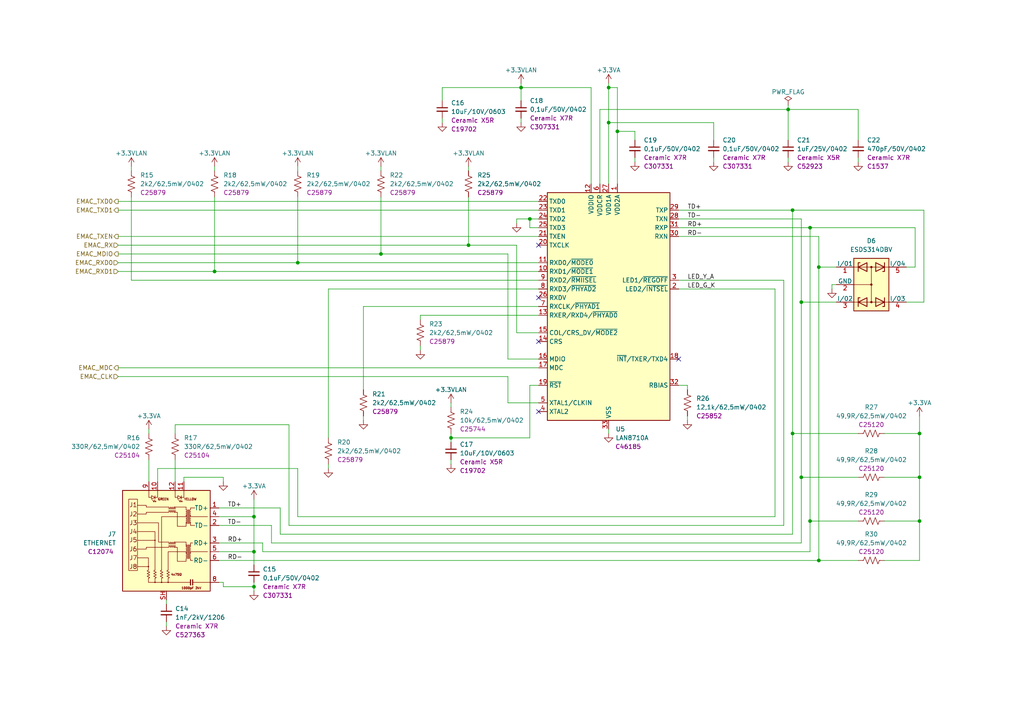
<source format=kicad_sch>
(kicad_sch (version 20230121) (generator eeschema)
  (paper "A4")
  (title_block (title "ESP 16x 24VDC Input 16x 24VDC Output Module") (date "2023-05-05") (rev "V1"))
  (lib_symbols
    (symbol "Device:C_Small" (pin_numbers hide) (pin_names (offset 0.254) hide)
      (property "Reference" "C" (at 0.254 1.778 0))
      (property "Value" "C_Small" (at 0.254 -2.032 0))
      (symbol "C_Small_0_1"
        (polyline (pts (xy -1.524 -0.508) (xy 1.524 -0.508)) (stroke (width 0.3302)))
        (polyline (pts (xy -1.524 0.508) (xy 1.524 0.508)) (stroke (width 0.3048)))
      )
      (symbol "C_Small_1_1"
        (pin passive line (at 0 2.54 270) (length 2.032) (name "~") (number "1"))
        (pin passive line (at 0 -2.54 90) (length 2.032) (name "~") (number "2"))
      )
    )
    (symbol "Device:R_US" (pin_numbers hide) (pin_names (offset 0))
      (property "Reference" "R" (at 2.54 0 90))
      (property "Value" "R_US" (at -2.54 0 90))
      (symbol "R_US_0_1"
        (polyline (pts (xy 0 -2.286) (xy 0 -2.54)))
        (polyline (pts (xy 0 2.286) (xy 0 2.54)))
        (polyline (pts (xy 0 -0.762) (xy 1.016 -1.143) (xy 0 -1.524) (xy -1.016 -1.905) (xy 0 -2.286)))
        (polyline (pts (xy 0 0.762) (xy 1.016 0.381) (xy 0 0) (xy -1.016 -0.381) (xy 0 -0.762)))
        (polyline (pts (xy 0 2.286) (xy 1.016 1.905) (xy 0 1.524) (xy -1.016 1.143) (xy 0 0.762)))
      )
      (symbol "R_US_1_1"
        (pin passive line (at 0 3.81 270) (length 1.27) (name "~") (number "1"))
        (pin passive line (at 0 -3.81 90) (length 1.27) (name "~") (number "2"))
      )
    )
    (symbol "Interface_Ethernet:LAN8710A"
      (property "Reference" "U" (at -13.97 34.29 0))
      (property "Value" "LAN8710A" (at 17.78 34.29 0))
      (symbol "LAN8710A_0_1"
        (rectangle (start -17.78 33.02) (end 17.78 -33.02) (stroke (width 0.254)) (fill (type background)))
      )
      (symbol "LAN8710A_1_1"
        (pin power_in line (at 2.54 35.56 270) (length 2.54) (name "VDD2A") (number "1"))
        (pin bidirectional line (at -20.32 10.16 0) (length 2.54) (name "RXD1/~{MODE1}") (number "10"))
        (pin bidirectional line (at -20.32 12.7 0) (length 2.54) (name "RXD0/~{MODE0}") (number "11"))
        (pin power_in line (at -5.08 35.56 270) (length 2.54) (name "VDDIO") (number "12"))
        (pin bidirectional line (at -20.32 -2.54 0) (length 2.54) (name "RXER/RXD4/~{PHYAD0}") (number "13"))
        (pin output line (at -20.32 -10.16 0) (length 2.54) (name "CRS") (number "14"))
        (pin bidirectional line (at -20.32 -7.62 0) (length 2.54) (name "COL/CRS_DV/~{MODE2}") (number "15"))
        (pin bidirectional line (at -20.32 -15.24 0) (length 2.54) (name "MDIO") (number "16"))
        (pin input line (at -20.32 -17.78 0) (length 2.54) (name "MDC") (number "17"))
        (pin bidirectional line (at 20.32 -15.24 180) (length 2.54) (name "~{INT}/TXER/TXD4") (number "18"))
        (pin input line (at -20.32 -22.86 0) (length 2.54) (name "~{RST}") (number "19"))
        (pin bidirectional line (at 20.32 5.08 180) (length 2.54) (name "LED2/~{INTSEL}") (number "2"))
        (pin output line (at -20.32 17.78 0) (length 2.54) (name "TXCLK") (number "20"))
        (pin input line (at -20.32 20.32 0) (length 2.54) (name "TXEN") (number "21"))
        (pin input line (at -20.32 30.48 0) (length 2.54) (name "TXD0") (number "22"))
        (pin input line (at -20.32 27.94 0) (length 2.54) (name "TXD1") (number "23"))
        (pin input line (at -20.32 25.4 0) (length 2.54) (name "TXD2") (number "24"))
        (pin input line (at -20.32 22.86 0) (length 2.54) (name "TXD3") (number "25"))
        (pin output line (at -20.32 2.54 0) (length 2.54) (name "RXDV") (number "26"))
        (pin power_in line (at 0 35.56 270) (length 2.54) (name "VDD1A") (number "27"))
        (pin bidirectional line (at 20.32 25.4 180) (length 2.54) (name "TXN") (number "28"))
        (pin bidirectional line (at 20.32 27.94 180) (length 2.54) (name "TXP") (number "29"))
        (pin bidirectional line (at 20.32 7.62 180) (length 2.54) (name "LED1/~{REGOFF}") (number "3"))
        (pin bidirectional line (at 20.32 20.32 180) (length 2.54) (name "RXN") (number "30"))
        (pin bidirectional line (at 20.32 22.86 180) (length 2.54) (name "RXP") (number "31"))
        (pin passive line (at 20.32 -22.86 180) (length 2.54) (name "RBIAS") (number "32"))
        (pin power_in line (at 0 -35.56 90) (length 2.54) (name "VSS") (number "33"))
        (pin output line (at -20.32 -30.48 0) (length 2.54) (name "XTAL2") (number "4"))
        (pin input line (at -20.32 -27.94 0) (length 2.54) (name "XTAL1/CLKIN") (number "5"))
        (pin power_in line (at -2.54 35.56 270) (length 2.54) (name "VDDCR") (number "6"))
        (pin bidirectional line (at -20.32 0 0) (length 2.54) (name "RXCLK/~{PHYAD1}") (number "7"))
        (pin bidirectional line (at -20.32 5.08 0) (length 2.54) (name "RXD3/~{PHYAD2}") (number "8"))
        (pin bidirectional line (at -20.32 7.62 0) (length 2.54) (name "RXD2/~{RMIISEL}") (number "9"))
      )
    )
    (symbol "Tales:+3.3VLAN" (power) (pin_names (offset 0))
      (property "Value" "+3.3VLAN" (at 0 3.556 0))
      (symbol "+3.3VLAN_0_1"
        (polyline (pts (xy -0.762 1.27) (xy 0 2.54)))
        (polyline (pts (xy 0 0) (xy 0 2.54)))
        (polyline (pts (xy 0 2.54) (xy 0.762 1.27)))
      )
      (symbol "+3.3VLAN_1_1"
        (pin power_in line (at 0 0 90) (length 0) hide (name "+3.3VLAN") (number "1"))
      )
    )
    (symbol "Tales:ESDS314DBV" (pin_names (offset 0))
      (property "Reference" "D" (at 0 12.7 0))
      (property "Value" "ESDS314DBV" (at 0 10.16 0))
      (symbol "ESDS314DBV_0_1"
        (rectangle (start -5.08 7.62) (end 5.08 -7.62) (stroke (width 0.254)) (fill (type background)))
        (circle (center 0 -5.08) (radius 0.254) (fill (type outline)))
        (polyline (pts (xy -5.08 -5.08) (xy 5.08 -5.08)))
        (polyline (pts (xy -5.08 0) (xy 0 0)))
        (polyline (pts (xy -5.08 5.08) (xy 5.08 5.08)))
        (polyline (pts (xy 0 -5.08) (xy 0 5.08)))
        (polyline (pts (xy -3.81 -6.35) (xy -3.81 -3.81) (xy -3.302 -3.81)) (stroke (width 0.254)))
        (polyline (pts (xy -3.81 3.81) (xy -3.81 6.35) (xy -3.302 6.35)) (stroke (width 0.254)))
        (polyline (pts (xy 3.81 -3.81) (xy 3.81 -6.35) (xy 3.302 -6.35)) (stroke (width 0.254)))
        (polyline (pts (xy 3.81 6.35) (xy 3.81 3.81) (xy 3.302 3.81)) (stroke (width 0.254)))
        (polyline (pts (xy -1.27 -6.35) (xy -3.81 -5.08) (xy -1.27 -3.81) (xy -1.27 -6.35) (xy -1.27 -6.35) (xy -1.27 -6.35)) (stroke (width 0.254)))
        (polyline (pts (xy -1.27 3.81) (xy -3.81 5.08) (xy -1.27 6.35) (xy -1.27 3.81) (xy -1.27 3.81) (xy -1.27 3.81)) (stroke (width 0.254)))
        (polyline (pts (xy 1.27 -3.81) (xy 3.81 -5.08) (xy 1.27 -6.35) (xy 1.27 -3.81) (xy 1.27 -3.81) (xy 1.27 -3.81)) (stroke (width 0.254)))
        (polyline (pts (xy 1.27 6.35) (xy 3.81 5.08) (xy 1.27 3.81) (xy 1.27 6.35) (xy 1.27 6.35) (xy 1.27 6.35)) (stroke (width 0.254)))
        (circle (center 0 0) (radius 0.254) (fill (type outline)))
        (circle (center 0 5.08) (radius 0.254) (fill (type outline)))
        (pin passive line (at -10.16 5.08 0) (length 5.08) (name "I/01") (number "1"))
        (pin passive line (at -10.16 0 0) (length 5.08) (name "GND") (number "2"))
        (pin passive line (at -10.16 -5.08 0) (length 5.08) (name "I/02") (number "3"))
        (pin passive line (at 10.16 -5.08 180) (length 5.08) (name "I/03") (number "4"))
        (pin passive line (at 10.16 5.08 180) (length 5.08) (name "I/04") (number "5"))
      )
    )
    (symbol "Tales:HanRun_HR911105A"
      (property "Reference" "J" (at 12.7 13.97 0))
      (property "Value" "HanRun_HR911105A" (at 0 -17.78 0))
      (symbol "HanRun_HR911105A_0_0"
        (rectangle (start -12.7 12.7) (end 12.7 -16.51) (stroke (width 0.254)) (fill (type background)))
        (polyline (pts (xy -5.207 -9.398) (xy -8.382 -9.398)))
        (polyline (pts (xy -3.302 -13.97) (xy -3.302 -12.827)))
        (polyline (pts (xy -3.302 -1.778) (xy -8.382 -1.778)))
        (polyline (pts (xy -1.397 -13.97) (xy -1.397 -12.827)))
        (polyline (pts (xy 0.508 -13.97) (xy 0.508 -12.827)))
        (polyline (pts (xy 7.62 -13.97) (xy 12.7 -13.97)))
        (polyline (pts (xy 11.938 -5.08) (xy 6.985 -5.08)))
        (polyline (pts (xy 11.938 5.08) (xy 6.985 5.08)))
        (polyline (pts (xy -1.397 -10.414) (xy -1.397 5.08) (xy 5.715 5.08)))
        (polyline (pts (xy 0.508 -10.414) (xy 0.508 -5.08) (xy 5.715 -5.08)))
        (polyline (pts (xy 6.985 -13.97) (xy -5.207 -13.97) (xy -5.207 -12.827)))
        (polyline (pts (xy 0.635 -2.286) (xy -2.286 -2.286) (xy -2.286 3.302) (xy -8.382 3.302)))
        (polyline (pts (xy 0.635 7.874) (xy -5.842 7.874) (xy -5.842 8.382) (xy -8.382 8.382)))
        (text "1000pF 2kV" (at 7.239 -15.621 0) (effects (font (size 0.635 0.635))))
        (text "4x75Ω" (at 2.921 -11.684 0) (effects (font (size 0.635 0.635))))
        (text "GREEN" (at -2.54 10.16 0) (effects (font (size 0.635 0.635)) (justify left)))
        (text "J1" (at -10.795 8.509 0) (effects (font (size 1.27 1.27)) (justify left)))
        (text "J2" (at -10.795 5.842 0) (effects (font (size 1.27 1.27)) (justify left)))
        (text "J3" (at -10.795 3.302 0) (effects (font (size 1.27 1.27)) (justify left)))
        (text "J4" (at -10.795 0.762 0) (effects (font (size 1.27 1.27)) (justify left)))
        (text "J5" (at -10.795 -1.651 0) (effects (font (size 1.27 1.27)) (justify left)))
        (text "J6" (at -10.795 -4.318 0) (effects (font (size 1.27 1.27)) (justify left)))
        (text "J7" (at -10.795 -6.858 0) (effects (font (size 1.27 1.27)) (justify left)))
        (text "J8" (at -10.795 -9.398 0) (effects (font (size 1.27 1.27)) (justify left)))
        (text "YELLOW" (at 5.08 10.16 0) (effects (font (size 0.635 0.635)) (justify left)))
      )
      (symbol "HanRun_HR911105A_0_1"
        (rectangle (start -8.382 -10.541) (end -10.922 10.16))
        (circle (center -5.207 -9.398) (radius 0.127) (fill (type outline)))
        (circle (center -3.302 -13.97) (radius 0.127) (fill (type outline)))
        (circle (center -3.302 -1.778) (radius 0.127) (fill (type outline)))
        (circle (center -1.397 -13.97) (radius 0.127) (fill (type outline)))
        (polyline (pts (xy -3.556 9.398) (xy -4.064 9.906)))
        (polyline (pts (xy -3.302 11.176) (xy -3.302 10.16)))
        (polyline (pts (xy -3.048 9.398) (xy -3.556 9.906)))
        (polyline (pts (xy 0.635 -3.302) (xy 2.667 -3.302)))
        (polyline (pts (xy 0.635 6.858) (xy 2.667 6.858)))
        (polyline (pts (xy 2.667 -2.794) (xy 0.635 -2.794)))
        (polyline (pts (xy 2.667 7.366) (xy 0.635 7.366)))
        (polyline (pts (xy 4.064 9.398) (xy 3.556 9.906)))
        (polyline (pts (xy 4.318 11.176) (xy 4.318 10.16)))
        (polyline (pts (xy 4.572 9.398) (xy 4.064 9.906)))
        (polyline (pts (xy 6.223 -3.048) (xy 6.223 -7.112)))
        (polyline (pts (xy 6.223 7.112) (xy 6.223 3.048)))
        (polyline (pts (xy 6.477 -7.112) (xy 6.477 -3.048)))
        (polyline (pts (xy 6.477 3.048) (xy 6.477 7.112)))
        (polyline (pts (xy 6.985 -14.732) (xy 6.985 -13.208)) (stroke (width 0.3048)))
        (polyline (pts (xy 7.62 -14.732) (xy 7.62 -13.208)) (stroke (width 0.3048)))
        (polyline (pts (xy -5.207 -10.414) (xy -5.207 -6.858) (xy -8.382 -6.858)))
        (polyline (pts (xy -5.08 12.7) (xy -5.08 10.668) (xy -4.318 10.668)))
        (polyline (pts (xy -3.556 9.652) (xy -3.556 9.398) (xy -3.81 9.398)))
        (polyline (pts (xy -3.302 -10.414) (xy -3.302 0.762) (xy -8.382 0.762)))
        (polyline (pts (xy -3.048 9.652) (xy -3.048 9.398) (xy -3.302 9.398)))
        (polyline (pts (xy -2.54 12.7) (xy -2.54 10.668) (xy -3.302 10.668)))
        (polyline (pts (xy 2.54 12.7) (xy 2.54 10.668) (xy 3.302 10.668)))
        (polyline (pts (xy 2.667 -2.286) (xy 5.715 -2.286) (xy 5.715 -3.048)))
        (polyline (pts (xy 2.667 7.874) (xy 5.715 7.874) (xy 5.715 7.112)))
        (polyline (pts (xy 4.064 9.652) (xy 4.064 9.398) (xy 3.81 9.398)))
        (polyline (pts (xy 4.572 9.652) (xy 4.572 9.398) (xy 4.318 9.398)))
        (polyline (pts (xy 5.08 12.7) (xy 5.08 10.668) (xy 4.318 10.668)))
        (polyline (pts (xy 6.985 -7.112) (xy 6.985 -7.62) (xy 7.62 -7.62)))
        (polyline (pts (xy 6.985 -3.048) (xy 6.985 -2.54) (xy 7.62 -2.54)))
        (polyline (pts (xy 6.985 3.048) (xy 6.985 2.54) (xy 8.255 2.54)))
        (polyline (pts (xy 6.985 7.112) (xy 6.985 7.62) (xy 8.255 7.62)))
        (polyline (pts (xy -3.302 10.668) (xy -4.318 11.176) (xy -4.318 10.16) (xy -3.302 10.668)))
        (polyline (pts (xy 0.635 -3.81) (xy -5.842 -3.81) (xy -5.842 -4.318) (xy -8.382 -4.318)))
        (polyline (pts (xy 0.635 6.35) (xy -5.842 6.35) (xy -5.842 5.842) (xy -8.382 5.842)))
        (polyline (pts (xy 4.318 10.668) (xy 3.302 11.176) (xy 3.302 10.16) (xy 4.318 10.668)))
        (polyline (pts (xy 5.715 -7.112) (xy 5.715 -7.874) (xy 3.175 -7.874) (xy 3.175 -3.81) (xy 2.667 -3.81)))
        (polyline (pts (xy 5.715 3.048) (xy 5.715 2.286) (xy 3.175 2.286) (xy 3.175 6.35) (xy 2.667 6.35)))
        (polyline (pts (xy -5.207 -12.827) (xy -4.826 -12.573) (xy -5.588 -12.192) (xy -4.826 -11.811) (xy -5.588 -11.43) (xy -4.826 -11.049) (xy -5.588 -10.668) (xy -5.207 -10.414)))
        (polyline (pts (xy -3.302 -12.827) (xy -2.921 -12.573) (xy -3.683 -12.192) (xy -2.921 -11.811) (xy -3.683 -11.43) (xy -2.921 -11.049) (xy -3.683 -10.668) (xy -3.302 -10.414)))
        (polyline (pts (xy -1.397 -12.827) (xy -1.016 -12.573) (xy -1.778 -12.192) (xy -1.016 -11.811) (xy -1.778 -11.43) (xy -1.016 -11.049) (xy -1.778 -10.668) (xy -1.397 -10.414)))
        (polyline (pts (xy 0.508 -12.827) (xy 0.889 -12.573) (xy 0.127 -12.192) (xy 0.889 -11.811) (xy 0.127 -11.43) (xy 0.889 -11.049) (xy 0.127 -10.668) (xy 0.508 -10.414)))
        (circle (center 0.508 -13.97) (radius 0.127) (fill (type outline)))
        (arc (start 0.635 -2.286) (mid 0.889 -2.5389) (end 1.143 -2.286))
        (arc (start 0.635 7.874) (mid 0.889 7.6211) (end 1.143 7.874))
        (arc (start 1.143 -3.81) (mid 0.889 -3.5571) (end 0.635 -3.81))
        (arc (start 1.143 -2.286) (mid 1.397 -2.5389) (end 1.651 -2.286))
        (arc (start 1.143 6.35) (mid 0.889 6.6029) (end 0.635 6.35))
        (arc (start 1.143 7.874) (mid 1.397 7.6211) (end 1.651 7.874))
        (arc (start 1.651 -3.81) (mid 1.397 -3.5571) (end 1.143 -3.81))
        (arc (start 1.651 -2.286) (mid 1.905 -2.5389) (end 2.159 -2.286))
        (arc (start 1.651 6.35) (mid 1.397 6.6029) (end 1.143 6.35))
        (arc (start 1.651 7.874) (mid 1.905 7.6211) (end 2.159 7.874))
        (arc (start 2.159 -3.81) (mid 1.905 -3.5571) (end 1.651 -3.81))
        (arc (start 2.159 -2.286) (mid 2.413 -2.5389) (end 2.667 -2.286))
        (arc (start 2.159 6.35) (mid 1.905 6.6029) (end 1.651 6.35))
        (arc (start 2.159 7.874) (mid 2.413 7.6211) (end 2.667 7.874))
        (circle (center 2.413 -3.8354) (radius 0.0762) (stroke (width 0.0254)) (fill (type outline)))
        (circle (center 2.413 -2.2606) (radius 0.0762) (stroke (width 0.0254)) (fill (type outline)))
        (circle (center 2.413 6.3246) (radius 0.0762) (stroke (width 0.0254)) (fill (type outline)))
        (circle (center 2.413 7.8994) (radius 0.0762) (stroke (width 0.0254)) (fill (type outline)))
        (arc (start 2.667 -3.81) (mid 2.413 -3.5571) (end 2.159 -3.81))
        (arc (start 2.667 6.35) (mid 2.413 6.6029) (end 2.159 6.35))
        (arc (start 5.715 -7.112) (mid 5.9679 -6.858) (end 5.715 -6.604))
        (arc (start 5.715 -6.604) (mid 5.9679 -6.35) (end 5.715 -6.096))
        (arc (start 5.715 -6.096) (mid 5.9679 -5.842) (end 5.715 -5.588))
        (arc (start 5.715 -5.588) (mid 5.9679 -5.334) (end 5.715 -5.08))
        (circle (center 5.715 -5.334) (radius 0.0762) (stroke (width 0.0254)) (fill (type outline)))
        (arc (start 5.715 -5.08) (mid 5.9679 -4.826) (end 5.715 -4.572))
        (arc (start 5.715 -4.572) (mid 5.9679 -4.318) (end 5.715 -4.064))
        (arc (start 5.715 -4.064) (mid 5.9679 -3.81) (end 5.715 -3.556))
        (arc (start 5.715 -3.556) (mid 5.9679 -3.302) (end 5.715 -3.048))
        (circle (center 5.715 -3.302) (radius 0.0762) (stroke (width 0.0254)) (fill (type outline)))
        (arc (start 5.715 3.048) (mid 5.9679 3.302) (end 5.715 3.556))
        (circle (center 5.715 3.302) (radius 0.0762) (stroke (width 0.0254)) (fill (type outline)))
        (arc (start 5.715 3.556) (mid 5.9679 3.81) (end 5.715 4.064))
        (arc (start 5.715 4.064) (mid 5.9679 4.318) (end 5.715 4.572))
        (arc (start 5.715 4.572) (mid 5.9679 4.826) (end 5.715 5.08))
        (arc (start 5.715 5.08) (mid 5.9679 5.334) (end 5.715 5.588))
        (circle (center 5.715 5.334) (radius 0.0762) (stroke (width 0.0254)) (fill (type outline)))
        (arc (start 5.715 5.588) (mid 5.9679 5.842) (end 5.715 6.096))
        (arc (start 5.715 6.096) (mid 5.9679 6.35) (end 5.715 6.604))
        (arc (start 5.715 6.604) (mid 5.9679 6.858) (end 5.715 7.112))
        (arc (start 6.985 -6.604) (mid 6.7321 -6.858) (end 6.985 -7.112))
        (arc (start 6.985 -6.096) (mid 6.7321 -6.35) (end 6.985 -6.604))
        (arc (start 6.985 -5.588) (mid 6.7321 -5.842) (end 6.985 -6.096))
        (circle (center 6.985 -5.334) (radius 0.0762) (stroke (width 0.0254)) (fill (type outline)))
        (arc (start 6.985 -5.08) (mid 6.7321 -5.334) (end 6.985 -5.588))
        (arc (start 6.985 -4.572) (mid 6.7321 -4.826) (end 6.985 -5.08))
        (arc (start 6.985 -4.064) (mid 6.7321 -4.318) (end 6.985 -4.572))
        (arc (start 6.985 -3.556) (mid 6.7321 -3.81) (end 6.985 -4.064))
        (circle (center 6.985 -3.302) (radius 0.0762) (stroke (width 0.0254)) (fill (type outline)))
        (arc (start 6.985 -3.048) (mid 6.7321 -3.302) (end 6.985 -3.556))
        (circle (center 6.985 3.302) (radius 0.0762) (stroke (width 0.0254)) (fill (type outline)))
        (arc (start 6.985 3.556) (mid 6.7321 3.302) (end 6.985 3.048))
        (arc (start 6.985 4.064) (mid 6.7321 3.81) (end 6.985 3.556))
        (arc (start 6.985 4.572) (mid 6.7321 4.318) (end 6.985 4.064))
        (arc (start 6.985 5.08) (mid 6.7321 4.826) (end 6.985 4.572))
        (circle (center 6.985 5.334) (radius 0.0762) (stroke (width 0.0254)) (fill (type outline)))
        (arc (start 6.985 5.588) (mid 6.7321 5.334) (end 6.985 5.08))
        (arc (start 6.985 6.096) (mid 6.7321 5.842) (end 6.985 5.588))
        (arc (start 6.985 6.604) (mid 6.7321 6.35) (end 6.985 6.096))
        (arc (start 6.985 7.112) (mid 6.7321 6.858) (end 6.985 6.604))
      )
      (symbol "HanRun_HR911105A_1_1"
        (pin passive line (at 15.24 7.62 180) (length 2.54) (name "TD+") (number "1"))
        (pin passive line (at -2.54 15.24 270) (length 2.54) (name "~") (number "10"))
        (pin passive line (at 5.08 15.24 270) (length 2.54) (name "~") (number "11"))
        (pin passive line (at 2.54 15.24 270) (length 2.54) (name "~") (number "12"))
        (pin passive line (at 15.24 2.54 180) (length 2.54) (name "TD-") (number "2"))
        (pin passive line (at 15.24 -2.54 180) (length 2.54) (name "RD+") (number "3"))
        (pin passive line (at 15.24 5.08 180) (length 2.54) (name "~") (number "4"))
        (pin passive line (at 15.24 -5.08 180) (length 2.54) (name "~") (number "5"))
        (pin passive line (at 15.24 -7.62 180) (length 2.54) (name "RD-") (number "6"))
        (pin no_connect line (at 12.7 -11.43 180) (length 2.54) hide (name "NC") (number "7"))
        (pin passive line (at 15.24 -13.97 180) (length 2.54) (name "~") (number "8"))
        (pin passive line (at -5.08 15.24 270) (length 2.54) (name "~") (number "9"))
        (pin passive line (at 0 -19.05 90) (length 2.54) (name "~") (number "SH"))
      )
    )
    (symbol "power:+3.3VA" (power) (pin_names (offset 0))
      (property "Value" "+3.3VA" (at 0 3.556 0))
      (symbol "+3.3VA_0_1"
        (polyline (pts (xy -0.762 1.27) (xy 0 2.54)))
        (polyline (pts (xy 0 0) (xy 0 2.54)))
        (polyline (pts (xy 0 2.54) (xy 0.762 1.27)))
      )
      (symbol "+3.3VA_1_1"
        (pin power_in line (at 0 0 90) (length 0) hide (name "+3.3VA") (number "1"))
      )
    )
    (symbol "power:GND" (power) (pin_names (offset 0))
      (property "Value" "GND" (at 0 -3.81 0))
      (symbol "GND_0_1"
        (polyline (pts (xy 0 0) (xy 0 -1.27) (xy 1.27 -1.27) (xy 0 -2.54) (xy -1.27 -1.27) (xy 0 -1.27)))
      )
      (symbol "GND_1_1"
        (pin power_in line (at 0 0 270) (length 0) hide (name "GND") (number "1"))
      )
    )
    (symbol "power:PWR_FLAG" (power) (pin_numbers hide) (pin_names (offset 0) hide)
      (property "Value" "PWR_FLAG" (at 0 3.81 0))
      (symbol "PWR_FLAG_0_0"
        (pin power_out line (at 0 0 90) (length 0) (name "pwr") (number "1"))
      )
      (symbol "PWR_FLAG_0_1"
        (polyline (pts (xy 0 0) (xy 0 1.27) (xy -1.016 1.905) (xy 0 2.54) (xy 1.016 1.905) (xy 0 1.27)))
      )
    )
  )
  (junction (at 266.7 125.73))
  (junction (at 232.41 138.43))
  (junction (at 229.87 60.96))
  (junction (at 73.66 160.02))
  (junction (at 266.7 138.43))
  (junction (at 110.49 73.66))
  (junction (at 179.07 38.1))
  (junction (at 151.13 25.4))
  (junction (at 176.53 35.56))
  (junction (at 234.95 151.13))
  (junction (at 73.66 149.86))
  (junction (at 86.36 76.2))
  (junction (at 266.7 151.13))
  (junction (at 229.87 125.73))
  (junction (at 153.67 63.5))
  (junction (at 176.53 25.4))
  (junction (at 135.89 71.12))
  (junction (at 237.49 162.56))
  (junction (at 232.41 87.63))
  (junction (at 130.81 127))
  (junction (at 62.23 78.74))
  (junction (at 237.49 77.47))
  (junction (at 228.6 31.75))
  (junction (at 234.95 66.04))
  (junction (at 73.66 170.18))
  (no_connect (at 156.21 99.06))
  (no_connect (at 156.21 86.36))
  (no_connect (at 196.85 104.14))
  (no_connect (at 156.21 71.12))
  (no_connect (at 156.21 119.38))
  (wire (pts (xy 176.53 35.56) (xy 176.53 53.34)))
  (wire (pts (xy 34.29 71.12) (xy 135.89 71.12)))
  (wire (pts (xy 128.27 25.4) (xy 151.13 25.4)))
  (wire (pts (xy 64.77 138.43) (xy 64.77 139.7)))
  (wire (pts (xy 34.29 78.74) (xy 62.23 78.74)))
  (wire (pts (xy 171.45 25.4) (xy 171.45 53.34)))
  (wire (pts (xy 64.77 170.18) (xy 64.77 168.91)))
  (wire (pts (xy 241.3 82.55) (xy 242.57 82.55)))
  (wire (pts (xy 256.54 125.73) (xy 266.7 125.73)))
  (wire (pts (xy 228.6 31.75) (xy 248.92 31.75)))
  (wire (pts (xy 34.29 106.68) (xy 156.21 106.68)))
  (wire (pts (xy 38.1 48.26) (xy 38.1 49.53)))
  (wire (pts (xy 234.95 151.13) (xy 234.95 160.02)))
  (wire (pts (xy 237.49 77.47) (xy 237.49 162.56)))
  (wire (pts (xy 173.99 53.34) (xy 173.99 31.75)))
  (wire (pts (xy 266.7 151.13) (xy 266.7 162.56)))
  (wire (pts (xy 86.36 76.2) (xy 156.21 76.2)))
  (wire (pts (xy 156.21 111.76) (xy 153.67 111.76)))
  (wire (pts (xy 156.21 96.52) (xy 149.86 96.52)))
  (wire (pts (xy 83.82 123.19) (xy 83.82 152.4)))
  (wire (pts (xy 81.28 154.94) (xy 229.87 154.94)))
  (wire (pts (xy 179.07 38.1) (xy 179.07 53.34)))
  (wire (pts (xy 153.67 63.5) (xy 149.86 63.5)))
  (wire (pts (xy 135.89 71.12) (xy 135.89 57.15)))
  (wire (pts (xy 34.29 68.58) (xy 156.21 68.58)))
  (wire (pts (xy 153.67 66.04) (xy 153.67 63.5)))
  (wire (pts (xy 62.23 48.26) (xy 62.23 49.53)))
  (wire (pts (xy 43.18 124.46) (xy 43.18 125.73)))
  (wire (pts (xy 95.25 134.62) (xy 95.25 135.89)))
  (wire (pts (xy 128.27 29.21) (xy 128.27 25.4)))
  (wire (pts (xy 105.41 120.65) (xy 105.41 121.92)))
  (wire (pts (xy 34.29 76.2) (xy 86.36 76.2)))
  (wire (pts (xy 130.81 133.35) (xy 130.81 134.62)))
  (wire (pts (xy 121.92 91.44) (xy 121.92 92.71)))
  (wire (pts (xy 262.89 77.47) (xy 265.43 77.47)))
  (wire (pts (xy 53.34 138.43) (xy 53.34 139.7)))
  (wire (pts (xy 267.97 87.63) (xy 267.97 60.96)))
  (wire (pts (xy 38.1 57.15) (xy 38.1 81.28)))
  (wire (pts (xy 266.7 125.73) (xy 266.7 138.43)))
  (wire (pts (xy 64.77 168.91) (xy 63.5 168.91)))
  (wire (pts (xy 147.32 104.14) (xy 156.21 104.14)))
  (wire (pts (xy 176.53 25.4) (xy 176.53 35.56)))
  (wire (pts (xy 199.39 111.76) (xy 196.85 111.76)))
  (wire (pts (xy 234.95 151.13) (xy 248.92 151.13)))
  (wire (pts (xy 62.23 78.74) (xy 156.21 78.74)))
  (wire (pts (xy 196.85 68.58) (xy 237.49 68.58)))
  (wire (pts (xy 229.87 125.73) (xy 229.87 154.94)))
  (wire (pts (xy 34.29 109.22) (xy 147.32 109.22)))
  (wire (pts (xy 43.18 133.35) (xy 43.18 139.7)))
  (wire (pts (xy 81.28 147.32) (xy 81.28 154.94)))
  (wire (pts (xy 266.7 162.56) (xy 256.54 162.56)))
  (wire (pts (xy 45.72 135.89) (xy 86.36 135.89)))
  (wire (pts (xy 151.13 34.29) (xy 151.13 35.56)))
  (wire (pts (xy 151.13 25.4) (xy 151.13 29.21)))
  (wire (pts (xy 130.81 116.84) (xy 130.81 118.11)))
  (wire (pts (xy 153.67 127) (xy 130.81 127)))
  (wire (pts (xy 83.82 152.4) (xy 227.33 152.4)))
  (wire (pts (xy 86.36 57.15) (xy 86.36 76.2)))
  (wire (pts (xy 207.01 45.72) (xy 207.01 46.99)))
  (wire (pts (xy 228.6 31.75) (xy 228.6 40.64)))
  (wire (pts (xy 176.53 124.46) (xy 176.53 125.73)))
  (wire (pts (xy 50.8 139.7) (xy 50.8 133.35)))
  (wire (pts (xy 128.27 34.29) (xy 128.27 35.56)))
  (wire (pts (xy 228.6 30.48) (xy 228.6 31.75)))
  (wire (pts (xy 45.72 139.7) (xy 45.72 135.89)))
  (wire (pts (xy 62.23 57.15) (xy 62.23 78.74)))
  (wire (pts (xy 176.53 24.13) (xy 176.53 25.4)))
  (wire (pts (xy 229.87 125.73) (xy 248.92 125.73)))
  (wire (pts (xy 237.49 68.58) (xy 237.49 77.47)))
  (wire (pts (xy 78.74 152.4) (xy 78.74 157.48)))
  (wire (pts (xy 63.5 147.32) (xy 81.28 147.32)))
  (wire (pts (xy 237.49 162.56) (xy 248.92 162.56)))
  (wire (pts (xy 149.86 71.12) (xy 135.89 71.12)))
  (wire (pts (xy 176.53 25.4) (xy 179.07 25.4)))
  (wire (pts (xy 151.13 25.4) (xy 171.45 25.4)))
  (wire (pts (xy 110.49 57.15) (xy 110.49 73.66)))
  (wire (pts (xy 228.6 45.72) (xy 228.6 46.99)))
  (wire (pts (xy 76.2 157.48) (xy 76.2 160.02)))
  (wire (pts (xy 48.26 180.34) (xy 48.26 181.61)))
  (wire (pts (xy 229.87 60.96) (xy 229.87 125.73)))
  (wire (pts (xy 265.43 77.47) (xy 265.43 66.04)))
  (wire (pts (xy 147.32 73.66) (xy 147.32 104.14)))
  (wire (pts (xy 64.77 138.43) (xy 53.34 138.43)))
  (wire (pts (xy 266.7 138.43) (xy 266.7 151.13)))
  (wire (pts (xy 256.54 151.13) (xy 266.7 151.13)))
  (wire (pts (xy 248.92 31.75) (xy 248.92 40.64)))
  (wire (pts (xy 130.81 125.73) (xy 130.81 127)))
  (wire (pts (xy 34.29 73.66) (xy 110.49 73.66)))
  (wire (pts (xy 86.36 48.26) (xy 86.36 49.53)))
  (wire (pts (xy 153.67 111.76) (xy 153.67 127)))
  (wire (pts (xy 63.5 152.4) (xy 78.74 152.4)))
  (wire (pts (xy 73.66 170.18) (xy 73.66 171.45)))
  (wire (pts (xy 130.81 127) (xy 130.81 128.27)))
  (wire (pts (xy 149.86 96.52) (xy 149.86 71.12)))
  (wire (pts (xy 229.87 60.96) (xy 196.85 60.96)))
  (wire (pts (xy 173.99 31.75) (xy 228.6 31.75)))
  (wire (pts (xy 110.49 73.66) (xy 147.32 73.66)))
  (wire (pts (xy 105.41 88.9) (xy 105.41 113.03)))
  (wire (pts (xy 86.36 135.89) (xy 86.36 149.86)))
  (wire (pts (xy 199.39 113.03) (xy 199.39 111.76)))
  (wire (pts (xy 241.3 83.82) (xy 241.3 82.55)))
  (wire (pts (xy 50.8 123.19) (xy 83.82 123.19)))
  (wire (pts (xy 63.5 162.56) (xy 237.49 162.56)))
  (wire (pts (xy 78.74 157.48) (xy 232.41 157.48)))
  (wire (pts (xy 224.79 149.86) (xy 224.79 83.82)))
  (wire (pts (xy 265.43 66.04) (xy 234.95 66.04)))
  (wire (pts (xy 95.25 83.82) (xy 95.25 127)))
  (wire (pts (xy 232.41 138.43) (xy 248.92 138.43)))
  (wire (pts (xy 34.29 60.96) (xy 156.21 60.96)))
  (wire (pts (xy 73.66 168.91) (xy 73.66 170.18)))
  (wire (pts (xy 156.21 63.5) (xy 153.67 63.5)))
  (wire (pts (xy 48.26 173.99) (xy 48.26 175.26)))
  (wire (pts (xy 232.41 63.5) (xy 196.85 63.5)))
  (wire (pts (xy 110.49 48.26) (xy 110.49 49.53)))
  (wire (pts (xy 121.92 100.33) (xy 121.92 101.6)))
  (wire (pts (xy 184.15 38.1) (xy 184.15 40.64)))
  (wire (pts (xy 156.21 116.84) (xy 147.32 116.84)))
  (wire (pts (xy 64.77 170.18) (xy 73.66 170.18)))
  (wire (pts (xy 149.86 63.5) (xy 149.86 64.77)))
  (wire (pts (xy 267.97 60.96) (xy 229.87 60.96)))
  (wire (pts (xy 248.92 45.72) (xy 248.92 46.99)))
  (wire (pts (xy 156.21 66.04) (xy 153.67 66.04)))
  (wire (pts (xy 196.85 81.28) (xy 227.33 81.28)))
  (wire (pts (xy 73.66 144.78) (xy 73.66 149.86)))
  (wire (pts (xy 76.2 160.02) (xy 234.95 160.02)))
  (wire (pts (xy 34.29 58.42) (xy 156.21 58.42)))
  (wire (pts (xy 179.07 25.4) (xy 179.07 38.1)))
  (wire (pts (xy 256.54 138.43) (xy 266.7 138.43)))
  (wire (pts (xy 151.13 24.13) (xy 151.13 25.4)))
  (wire (pts (xy 86.36 149.86) (xy 224.79 149.86)))
  (wire (pts (xy 156.21 91.44) (xy 121.92 91.44)))
  (wire (pts (xy 207.01 35.56) (xy 207.01 40.64)))
  (wire (pts (xy 176.53 35.56) (xy 207.01 35.56)))
  (wire (pts (xy 95.25 83.82) (xy 156.21 83.82)))
  (wire (pts (xy 227.33 152.4) (xy 227.33 81.28)))
  (wire (pts (xy 266.7 120.65) (xy 266.7 125.73)))
  (wire (pts (xy 105.41 88.9) (xy 156.21 88.9)))
  (wire (pts (xy 237.49 77.47) (xy 242.57 77.47)))
  (wire (pts (xy 184.15 45.72) (xy 184.15 46.99)))
  (wire (pts (xy 232.41 87.63) (xy 242.57 87.63)))
  (wire (pts (xy 179.07 38.1) (xy 184.15 38.1)))
  (wire (pts (xy 232.41 87.63) (xy 232.41 138.43)))
  (wire (pts (xy 232.41 63.5) (xy 232.41 87.63)))
  (wire (pts (xy 135.89 48.26) (xy 135.89 49.53)))
  (wire (pts (xy 73.66 160.02) (xy 73.66 149.86)))
  (wire (pts (xy 232.41 138.43) (xy 232.41 157.48)))
  (wire (pts (xy 63.5 160.02) (xy 73.66 160.02)))
  (wire (pts (xy 63.5 157.48) (xy 76.2 157.48)))
  (wire (pts (xy 38.1 81.28) (xy 156.21 81.28)))
  (wire (pts (xy 196.85 83.82) (xy 224.79 83.82)))
  (wire (pts (xy 147.32 116.84) (xy 147.32 109.22)))
  (wire (pts (xy 199.39 120.65) (xy 199.39 121.92)))
  (wire (pts (xy 196.85 66.04) (xy 234.95 66.04)))
  (wire (pts (xy 50.8 125.73) (xy 50.8 123.19)))
  (wire (pts (xy 234.95 66.04) (xy 234.95 151.13)))
  (wire (pts (xy 73.66 160.02) (xy 73.66 163.83)))
  (wire (pts (xy 262.89 87.63) (xy 267.97 87.63)))
  (wire (pts (xy 73.66 149.86) (xy 63.5 149.86)))
  (label "RD-" (at 66.04 162.56 0))
  (label "LED_Y_A" (at 199.39 81.28 0))
  (label "TD+" (at 66.04 147.32 0))
  (label "TD+" (at 199.39 60.96 0))
  (label "TD-" (at 66.04 152.4 0))
  (label "RD-" (at 199.39 68.58 0))
  (label "RD+" (at 66.04 157.48 0))
  (label "RD+" (at 199.39 66.04 0))
  (label "LED_G_K" (at 199.39 83.82 0))
  (label "TD-" (at 199.39 63.5 0))
  (hierarchical_label "EMAC_MDIO" (shape output) (at 34.29 73.66 180))
  (hierarchical_label "EMAC_TXEN" (shape output) (at 34.29 68.58 180))
  (hierarchical_label "EMAC_CLK" (shape input) (at 34.29 109.22 180))
  (hierarchical_label "EMAC_RXD1" (shape input) (at 34.29 78.74 180))
  (hierarchical_label "EMAC_MDC" (shape output) (at 34.29 106.68 180))
  (hierarchical_label "EMAC_RXD0" (shape input) (at 34.29 76.2 180))
  (hierarchical_label "EMAC_RX" (shape input) (at 34.29 71.12 180))
  (hierarchical_label "EMAC_TXD0" (shape output) (at 34.29 58.42 180))
  (hierarchical_label "EMAC_TXD1" (shape output) (at 34.29 60.96 180))
  (symbol (lib_id "Device:C_Small") (at 207.01 43.18 0) (unit 1)
    (property "Reference" "C20" (at 209.55 40.64 0) (effects (justify left)))
    (property "Value" "0,1uF/50V/0402" (at 209.55 43.18 0) (effects (justify left)))
    (property "Footprint" "Tales:C_0402_1005Metric" (effects hide))
    (property "Case" "0402/1005" (effects hide))
    (property "JLCPCB BOM" "1" (effects hide))
    (property "LCSC Part #" "C307331" (at 209.55 48.2538 0) (effects (justify left)))
    (property "Mfr" "Samsung" (effects hide))
    (property "Mfr PN" "CL05B104KB54PNC" (effects hide))
    (property "Technology" "Ceramic X7R" (at 209.55 45.7138 0) (effects (justify left)))
    (property "Vendor" "JLCPCB" (effects hide))
    (property "Vendor PN" "C307331" (effects hide))
  )
  (symbol (lib_id "power:GND") (at 184.15 46.99 0) (unit 1)
    (property "Reference" "#PWR057" (effects hide))
    (property "Value" "GNDREF" (effects hide))
  )
  (symbol (lib_id "Device:R_US") (at 130.81 121.92 0) (unit 1)
    (property "Reference" "R24" (at 133.35 119.38 0) (effects (justify left)))
    (property "Value" "10k/62,5mW/0402" (at 133.35 121.92 0) (effects (justify left)))
    (property "Footprint" "Tales:R_0402_1005Metric" (effects hide))
    (property "Case" "0402/1005" (effects hide))
    (property "Mfr" "Uniroyal" (effects hide))
    (property "Vendor" "JLCPCB" (effects hide))
    (property "Mfr PN" "0402WGF1002TCE" (effects hide))
    (property "Vendor PN" "C25744" (effects hide))
    (property "LCSC Part #" "C25744" (at 133.35 124.46 0) (effects (justify left)))
    (property "JLCPCB BOM" "1" (effects hide))
  )
  (symbol (lib_id "power:GND") (at 228.6 46.99 0) (unit 1)
    (property "Reference" "#PWR060" (effects hide))
    (property "Value" "GNDREF" (effects hide))
  )
  (symbol (lib_id "Device:R_US") (at 50.8 129.54 0) (unit 1)
    (property "Reference" "R17" (at 53.34 127 0) (effects (justify left)))
    (property "Value" "330R/62,5mW/0402" (at 53.34 129.54 0) (effects (justify left)))
    (property "Footprint" "Tales:R_0402_1005Metric" (effects hide))
    (property "Case" "0402/1005" (effects hide))
    (property "Mfr" "Uniroyal" (effects hide))
    (property "Vendor" "JLCPCB" (effects hide))
    (property "Mfr PN" "0402WGF3300TCE" (effects hide))
    (property "Vendor PN" "C25104" (effects hide))
    (property "LCSC Part #" "C25104" (at 53.34 132.08 0) (effects (justify left)))
    (property "JLCPCB BOM" "1" (effects hide))
  )
  (symbol (lib_id "Device:C_Small") (at 128.27 31.75 0) (unit 1)
    (property "Reference" "C16" (at 130.81 29.845 0) (effects (justify left)))
    (property "Value" "10uF/10V/0603" (at 130.81 32.385 0) (effects (justify left)))
    (property "Footprint" "Tales:C_0603_1608Metric" (effects hide))
    (property "Mfr" "Samsung" (effects hide))
    (property "Mfr PN" "CL10A106KP8NNNC" (effects hide))
    (property "JLCPCB BOM" "1" (effects hide))
    (property "LCSC Part #" "C19702" (at 130.81 37.465 0) (effects (justify left)))
    (property "Technology" "Ceramic X5R" (at 130.81 34.925 0) (effects (justify left)))
    (property "Vendor" "JLCPCB" (effects hide))
    (property "Vendor PN" "C19702" (effects hide))
    (property "Case" "0603/1608" (effects hide))
  )
  (symbol (lib_id "Tales:+3.3VLAN") (at 135.89 48.26 0) (unit 1)
    (property "Reference" "#PWR051" (effects hide))
    (property "Value" "+3.3VLAN" (at 135.89 44.45 0))
  )
  (symbol (lib_id "Device:C_Small") (at 73.66 166.37 0) (unit 1)
    (property "Reference" "C15" (at 76.2 165.1062 0) (effects (justify left)))
    (property "Value" "0,1uF/50V/0402" (at 76.2 167.6462 0) (effects (justify left)))
    (property "Footprint" "Tales:C_0402_1005Metric" (effects hide))
    (property "Case" "0402/1005" (effects hide))
    (property "JLCPCB BOM" "1" (effects hide))
    (property "LCSC Part #" "C307331" (at 76.2 172.72 0) (effects (justify left)))
    (property "Mfr" "Samsung" (effects hide))
    (property "Mfr PN" "CL05B104KB54PNC" (effects hide))
    (property "Technology" "Ceramic X7R" (at 76.2 170.18 0) (effects (justify left)))
    (property "Vendor" "JLCPCB" (effects hide))
    (property "Vendor PN" "C307331" (effects hide))
  )
  (symbol (lib_id "Device:R_US") (at 62.23 53.34 0) (unit 1)
    (property "Reference" "R18" (at 64.77 50.8 0) (effects (justify left)))
    (property "Value" "2k2/62,5mW/0402" (at 64.77 53.34 0) (effects (justify left)))
    (property "Footprint" "Tales:R_0402_1005Metric" (effects hide))
    (property "Case" "0402/1005" (effects hide))
    (property "Mfr" "Uniroyal" (effects hide))
    (property "Vendor" "JLCPCB" (effects hide))
    (property "Mfr PN" "0402WGF2201TCE" (effects hide))
    (property "Vendor PN" "C25879" (effects hide))
    (property "LCSC Part #" "C25879" (at 64.77 55.88 0) (effects (justify left)))
    (property "JLCPCB BOM" "1" (effects hide))
  )
  (symbol (lib_id "Device:R_US") (at 135.89 53.34 0) (unit 1)
    (property "Reference" "R25" (at 138.43 50.8 0) (effects (justify left)))
    (property "Value" "2k2/62,5mW/0402" (at 138.43 53.34 0) (effects (justify left)))
    (property "Footprint" "Tales:R_0402_1005Metric" (effects hide))
    (property "Case" "0402/1005" (effects hide))
    (property "Mfr" "Uniroyal" (effects hide))
    (property "Vendor" "JLCPCB" (effects hide))
    (property "Mfr PN" "0402WGF2201TCE" (effects hide))
    (property "Vendor PN" "C25879" (effects hide))
    (property "LCSC Part #" "C25879" (at 138.43 55.88 0) (effects (justify left)))
    (property "JLCPCB BOM" "1" (effects hide))
  )
  (symbol (lib_id "power:GND") (at 130.81 134.62 0) (unit 1)
    (property "Reference" "#PWR050" (effects hide))
    (property "Value" "GNDREF" (effects hide))
  )
  (symbol (lib_id "Device:R_US") (at 86.36 53.34 0) (unit 1)
    (property "Reference" "R19" (at 88.9 50.8 0) (effects (justify left)))
    (property "Value" "2k2/62,5mW/0402" (at 88.9 53.34 0) (effects (justify left)))
    (property "Footprint" "Tales:R_0402_1005Metric" (effects hide))
    (property "Case" "0402/1005" (effects hide))
    (property "Mfr" "Uniroyal" (effects hide))
    (property "Vendor" "JLCPCB" (effects hide))
    (property "Mfr PN" "0402WGF2201TCE" (effects hide))
    (property "Vendor PN" "C25879" (effects hide))
    (property "LCSC Part #" "C25879" (at 88.9 55.88 0) (effects (justify left)))
    (property "JLCPCB BOM" "1" (effects hide))
  )
  (symbol (lib_id "Tales:HanRun_HR911105A") (at 48.26 154.94 0) (unit 1)
    (property "Reference" "J7" (at 33.655 154.9399 0) (effects (justify right)))
    (property "Value" "ETHERNET" (at 33.655 157.4799 0) (effects (justify right)))
    (property "Footprint" "Tales:RJ45_HanRun_HR911105A" (effects hide))
    (property "JLCPCB BOM" "1" (effects hide))
    (property "LCSC Part #" "C12074" (at 29.21 160.02 0))
    (property "Mfr" "HanRun" (effects hide))
    (property "Mfr PN" "HR911105A" (effects hide))
    (property "Vendor" "JLCPCB" (effects hide))
    (property "Vendor PN" "C12074" (effects hide))
  )
  (symbol (lib_id "power:GND") (at 105.41 121.92 0) (unit 1)
    (property "Reference" "#PWR045" (effects hide))
    (property "Value" "GNDREF" (effects hide))
  )
  (symbol (lib_id "Device:C_Small") (at 48.26 177.8 0) (unit 1)
    (property "Reference" "C14" (at 50.8 176.5362 0) (effects (justify left)))
    (property "Value" "1nF/2kV/1206" (at 50.8 179.0762 0) (effects (justify left)))
    (property "Footprint" "Tales:C_1206_3216Metric" (effects hide))
    (property "Case" "1206/3216" (effects hide))
    (property "JLCPCB BOM" "1" (effects hide))
    (property "LCSC Part #" "C527363" (at 50.8 184.15 0) (effects (justify left)))
    (property "Mfr" "Yageo" (effects hide))
    (property "Mfr PN" "CC1206MKX7RDBB102" (effects hide))
    (property "Technology" "Ceramic X7R" (at 50.8 181.61 0) (effects (justify left)))
    (property "Vendor" "JLCPCB" (effects hide))
    (property "Vendor PN" "C527363" (effects hide))
  )
  (symbol (lib_id "Device:R_US") (at 43.18 129.54 0) (unit 1)
    (property "Reference" "R16" (at 40.64 127 0) (effects (justify right)))
    (property "Value" "330R/62,5mW/0402" (at 40.64 129.54 0) (effects (justify right)))
    (property "Footprint" "Tales:R_0402_1005Metric" (effects hide))
    (property "Case" "0402/1005" (effects hide))
    (property "Mfr" "Uniroyal" (effects hide))
    (property "Vendor" "JLCPCB" (effects hide))
    (property "Mfr PN" "0402WGF3300TCE" (effects hide))
    (property "Vendor PN" "C25104" (effects hide))
    (property "LCSC Part #" "C25104" (at 40.64 132.08 0) (effects (justify right)))
    (property "JLCPCB BOM" "1" (effects hide))
  )
  (symbol (lib_id "power:GND") (at 121.92 101.6 0) (unit 1)
    (property "Reference" "#PWR047" (effects hide))
    (property "Value" "GNDREF" (effects hide))
  )
  (symbol (lib_id "power:GND") (at 207.01 46.99 0) (unit 1)
    (property "Reference" "#PWR059" (effects hide))
    (property "Value" "GNDREF" (effects hide))
  )
  (symbol (lib_id "power:GND") (at 95.25 135.89 0) (unit 1)
    (property "Reference" "#PWR044" (effects hide))
    (property "Value" "GNDREF" (effects hide))
  )
  (symbol (lib_id "power:+3.3VA") (at 73.66 144.78 0) (unit 1)
    (property "Reference" "#PWR041" (effects hide))
    (property "Value" "+3.3VA" (at 73.66 140.97 0))
  )
  (symbol (lib_id "power:GND") (at 151.13 35.56 0) (unit 1)
    (property "Reference" "#PWR054" (effects hide))
    (property "Value" "GNDREF" (effects hide))
  )
  (symbol (lib_id "power:GND") (at 241.3 83.82 0) (unit 1)
    (property "Reference" "#PWR061" (effects hide))
    (property "Value" "GNDREF" (effects hide))
  )
  (symbol (lib_id "power:GND") (at 73.66 171.45 0) (unit 1)
    (property "Reference" "#PWR042" (effects hide))
    (property "Value" "GNDREF" (effects hide))
  )
  (symbol (lib_id "power:PWR_FLAG") (at 228.6 30.48 0) (unit 1)
    (property "Reference" "#FLG06" (effects hide))
    (property "Value" "PWR_FLAG" (at 228.6 26.67 0))
  )
  (symbol (lib_id "Tales:+3.3VLAN") (at 62.23 48.26 0) (unit 1)
    (property "Reference" "#PWR039" (effects hide))
    (property "Value" "+3.3VLAN" (at 62.23 44.45 0))
  )
  (symbol (lib_id "power:GND") (at 248.92 46.99 0) (unit 1)
    (property "Reference" "#PWR062" (effects hide))
    (property "Value" "GNDREF" (effects hide))
  )
  (symbol (lib_id "Device:R_US") (at 252.73 138.43 90) (unit 1)
    (property "Reference" "R28" (at 252.73 130.81 90))
    (property "Value" "49,9R/62,5mW/0402" (at 252.73 133.35 90))
    (property "Footprint" "Tales:R_0402_1005Metric" (effects hide))
    (property "Case" "0402/1005" (effects hide))
    (property "Mfr" "Uniroyal" (effects hide))
    (property "Vendor" "JLCPCB" (effects hide))
    (property "Mfr PN" "0402WGF499JTCE" (effects hide))
    (property "Vendor PN" "C25120" (effects hide))
    (property "LCSC Part #" "C25120" (at 252.73 135.89 90))
    (property "JLCPCB BOM" "1" (effects hide))
  )
  (symbol (lib_id "Device:C_Small") (at 228.6 43.18 0) (unit 1)
    (property "Reference" "C21" (at 231.14 40.6462 0) (effects (justify left)))
    (property "Value" "1uF/25V/0402" (at 231.14 43.1862 0) (effects (justify left)))
    (property "Footprint" "Tales:C_0402_1005Metric" (effects hide))
    (property "Case" "0402/1005" (effects hide))
    (property "JLCPCB BOM" "1" (effects hide))
    (property "LCSC Part #" "C52923" (at 231.14 48.26 0) (effects (justify left)))
    (property "Mfr" "Samsung" (effects hide))
    (property "Mfr PN" "CL05A105KA5NQNC" (effects hide))
    (property "Technology" "Ceramic X5R" (at 231.14 45.72 0) (effects (justify left)))
    (property "Vendor" "JLCPCB" (effects hide))
    (property "Vendor PN" "C52923" (effects hide))
  )
  (symbol (lib_id "Device:R_US") (at 121.92 96.52 0) (unit 1)
    (property "Reference" "R23" (at 124.46 93.98 0) (effects (justify left)))
    (property "Value" "2k2/62,5mW/0402" (at 124.46 96.52 0) (effects (justify left)))
    (property "Footprint" "Tales:R_0402_1005Metric" (effects hide))
    (property "Case" "0402/1005" (effects hide))
    (property "Mfr" "Uniroyal" (effects hide))
    (property "Vendor" "JLCPCB" (effects hide))
    (property "Mfr PN" "0402WGF2201TCE" (effects hide))
    (property "Vendor PN" "C25879" (effects hide))
    (property "LCSC Part #" "C25879" (at 124.46 99.06 0) (effects (justify left)))
    (property "JLCPCB BOM" "1" (effects hide))
  )
  (symbol (lib_id "Tales:+3.3VLAN") (at 130.81 116.84 0) (unit 1)
    (property "Reference" "#PWR049" (effects hide))
    (property "Value" "+3.3VLAN" (at 130.81 113.03 0))
  )
  (symbol (lib_id "Device:C_Small") (at 151.13 31.75 0) (unit 1)
    (property "Reference" "C18" (at 153.67 29.21 0) (effects (justify left)))
    (property "Value" "0,1uF/50V/0402" (at 153.67 31.75 0) (effects (justify left)))
    (property "Footprint" "Tales:C_0402_1005Metric" (effects hide))
    (property "Case" "0402/1005" (effects hide))
    (property "JLCPCB BOM" "1" (effects hide))
    (property "LCSC Part #" "C307331" (at 153.67 36.8238 0) (effects (justify left)))
    (property "Mfr" "Samsung" (effects hide))
    (property "Mfr PN" "CL05B104KB54PNC" (effects hide))
    (property "Technology" "Ceramic X7R" (at 153.67 34.2838 0) (effects (justify left)))
    (property "Vendor" "JLCPCB" (effects hide))
    (property "Vendor PN" "C307331" (effects hide))
  )
  (symbol (lib_id "Device:R_US") (at 252.73 125.73 90) (unit 1)
    (property "Reference" "R27" (at 252.73 118.11 90))
    (property "Value" "49,9R/62,5mW/0402" (at 252.73 120.65 90))
    (property "Footprint" "Tales:R_0402_1005Metric" (effects hide))
    (property "Case" "0402/1005" (effects hide))
    (property "Mfr" "Uniroyal" (effects hide))
    (property "Vendor" "JLCPCB" (effects hide))
    (property "Mfr PN" "0402WGF499JTCE" (effects hide))
    (property "Vendor PN" "C25120" (effects hide))
    (property "LCSC Part #" "C25120" (at 252.73 123.19 90))
    (property "JLCPCB BOM" "1" (effects hide))
  )
  (symbol (lib_id "power:GND") (at 64.77 139.7 0) (unit 1)
    (property "Reference" "#PWR040" (effects hide))
    (property "Value" "GNDREF" (effects hide))
  )
  (symbol (lib_id "Tales:+3.3VLAN") (at 86.36 48.26 0) (unit 1)
    (property "Reference" "#PWR043" (effects hide))
    (property "Value" "+3.3VLAN" (at 86.36 44.45 0))
  )
  (symbol (lib_id "power:GND") (at 149.86 64.77 0) (unit 1)
    (property "Reference" "#PWR052" (effects hide))
    (property "Value" "GNDREF" (effects hide))
  )
  (symbol (lib_id "Device:C_Small") (at 130.81 130.81 0) (unit 1)
    (property "Reference" "C17" (at 133.35 128.905 0) (effects (justify left)))
    (property "Value" "10uF/10V/0603" (at 133.35 131.445 0) (effects (justify left)))
    (property "Footprint" "Tales:C_0603_1608Metric" (effects hide))
    (property "Mfr" "Samsung" (effects hide))
    (property "Mfr PN" "CL10A106KP8NNNC" (effects hide))
    (property "JLCPCB BOM" "1" (effects hide))
    (property "LCSC Part #" "C19702" (at 133.35 136.525 0) (effects (justify left)))
    (property "Technology" "Ceramic X5R" (at 133.35 133.985 0) (effects (justify left)))
    (property "Vendor" "JLCPCB" (effects hide))
    (property "Vendor PN" "C19702" (effects hide))
    (property "Case" "0603/1608" (effects hide))
  )
  (symbol (lib_id "Device:R_US") (at 105.41 116.84 0) (unit 1)
    (property "Reference" "R21" (at 107.95 114.3 0) (effects (justify left)))
    (property "Value" "2k2/62,5mW/0402" (at 107.95 116.84 0) (effects (justify left)))
    (property "Footprint" "Tales:R_0402_1005Metric" (effects hide))
    (property "Case" "0402/1005" (effects hide))
    (property "Mfr" "Uniroyal" (effects hide))
    (property "Vendor" "JLCPCB" (effects hide))
    (property "Mfr PN" "0402WGF2201TCE" (effects hide))
    (property "Vendor PN" "C25879" (effects hide))
    (property "LCSC Part #" "C25879" (at 107.95 119.38 0) (effects (justify left)))
    (property "JLCPCB BOM" "1" (effects hide))
  )
  (symbol (lib_id "power:+3.3VA") (at 176.53 24.13 0) (unit 1)
    (property "Reference" "#PWR055" (effects hide))
    (property "Value" "+3.3VA" (at 176.53 20.32 0))
  )
  (symbol (lib_id "Device:C_Small") (at 248.92 43.18 0) (unit 1)
    (property "Reference" "C22" (at 251.46 40.64 0) (effects (justify left)))
    (property "Value" "470pF/50V/0402" (at 251.46 43.18 0) (effects (justify left)))
    (property "Footprint" "Tales:C_0402_1005Metric" (effects hide))
    (property "Case" "0402/1005" (effects hide))
    (property "JLCPCB BOM" "1" (effects hide))
    (property "LCSC Part #" "C1537" (at 251.46 48.26 0) (effects (justify left)))
    (property "Mfr" "FH" (effects hide))
    (property "Mfr PN" "0402B471K500NT" (effects hide))
    (property "Technology" "Ceramic X7R" (at 251.46 45.72 0) (effects (justify left)))
    (property "Vendor" "JLCPCB" (effects hide))
    (property "Vendor PN" "C1537" (effects hide))
  )
  (symbol (lib_id "power:GND") (at 199.39 121.92 0) (unit 1)
    (property "Reference" "#PWR058" (effects hide))
    (property "Value" "GNDREF" (effects hide))
  )
  (symbol (lib_id "Tales:ESDS314DBV") (at 252.73 82.55 0) (unit 1)
    (property "Reference" "D6" (at 252.73 69.85 0))
    (property "Value" "ESDS314DBV" (at 252.73 72.39 0))
    (property "Footprint" "Package_TO_SOT_SMD:SOT-23-5" (effects hide))
    (property "Vendor" "JLCPCB" (effects hide))
    (property "Case" "SOT-23-5" (effects hide))
    (property "JLCPCB BOM" "1" (effects hide))
    (property "LCSC Part #" "C1847859" (effects hide))
    (property "Mfr" "Texas Instruments" (effects hide))
    (property "Mfr PN" "ESDS314DBVR" (effects hide))
    (property "Vendor PN" "C1847859" (effects hide))
  )
  (symbol (lib_id "Device:R_US") (at 95.25 130.81 0) (unit 1)
    (property "Reference" "R20" (at 97.79 128.27 0) (effects (justify left)))
    (property "Value" "2k2/62,5mW/0402" (at 97.79 130.81 0) (effects (justify left)))
    (property "Footprint" "Tales:R_0402_1005Metric" (effects hide))
    (property "Case" "0402/1005" (effects hide))
    (property "Mfr" "Uniroyal" (effects hide))
    (property "Vendor" "JLCPCB" (effects hide))
    (property "Mfr PN" "0402WGF2201TCE" (effects hide))
    (property "Vendor PN" "C25879" (effects hide))
    (property "LCSC Part #" "C25879" (at 97.79 133.35 0) (effects (justify left)))
    (property "JLCPCB BOM" "1" (effects hide))
  )
  (symbol (lib_id "power:+3.3VA") (at 43.18 124.46 0) (unit 1)
    (property "Reference" "#PWR037" (effects hide))
    (property "Value" "+3.3VA" (at 43.18 120.65 0))
  )
  (symbol (lib_id "power:+3.3VA") (at 266.7 120.65 0) (unit 1)
    (property "Reference" "#PWR063" (effects hide))
    (property "Value" "+3.3VA" (at 266.7 116.84 0))
  )
  (symbol (lib_id "power:GND") (at 48.26 181.61 0) (unit 1)
    (property "Reference" "#PWR038" (effects hide))
    (property "Value" "GNDREF" (effects hide))
  )
  (symbol (lib_id "Device:R_US") (at 252.73 162.56 90) (unit 1)
    (property "Reference" "R30" (at 252.73 154.94 90))
    (property "Value" "49,9R/62,5mW/0402" (at 252.73 157.48 90))
    (property "Footprint" "Tales:R_0402_1005Metric" (effects hide))
    (property "Case" "0402/1005" (effects hide))
    (property "Mfr" "Uniroyal" (effects hide))
    (property "Vendor" "JLCPCB" (effects hide))
    (property "Mfr PN" "0402WGF499JTCE" (effects hide))
    (property "Vendor PN" "C25120" (effects hide))
    (property "LCSC Part #" "C25120" (at 252.73 160.02 90))
    (property "JLCPCB BOM" "1" (effects hide))
  )
  (symbol (lib_id "Interface_Ethernet:LAN8710A") (at 176.53 88.9 0) (unit 1)
    (property "Reference" "U5" (at 178.5494 124.46 0) (effects (justify left)))
    (property "Value" "LAN8710A" (at 178.5494 127 0) (effects (justify left)))
    (property "Footprint" "Tales:QFN-32-1EP_5x5mm_P0.5mm_EP3.3x3.3mm_ThermalVias" (effects hide))
    (property "Case" "QFN-32" (effects hide))
    (property "JLCPCB BOM" "1" (effects hide))
    (property "LCSC Part #" "C46185" (at 178.435 129.54 0) (effects (justify left)))
    (property "Mfr" "Microchip" (effects hide))
    (property "Mfr PN" "LAN8710A-EZC-TR" (effects hide))
    (property "Vendor" "JLCPCB" (effects hide))
    (property "Vendor PN" "C46185" (effects hide))
  )
  (symbol (lib_id "power:GND") (at 128.27 35.56 0) (unit 1)
    (property "Reference" "#PWR048" (effects hide))
    (property "Value" "GNDREF" (effects hide))
  )
  (symbol (lib_id "Device:R_US") (at 252.73 151.13 90) (unit 1)
    (property "Reference" "R29" (at 252.73 143.51 90))
    (property "Value" "49,9R/62,5mW/0402" (at 252.73 146.05 90))
    (property "Footprint" "Tales:R_0402_1005Metric" (effects hide))
    (property "Case" "0402/1005" (effects hide))
    (property "Mfr" "Uniroyal" (effects hide))
    (property "Vendor" "JLCPCB" (effects hide))
    (property "Mfr PN" "0402WGF499JTCE" (effects hide))
    (property "Vendor PN" "C25120" (effects hide))
    (property "LCSC Part #" "C25120" (at 252.73 148.59 90))
    (property "JLCPCB BOM" "1" (effects hide))
  )
  (symbol (lib_id "Tales:+3.3VLAN") (at 151.13 24.13 0) (unit 1)
    (property "Reference" "#PWR053" (effects hide))
    (property "Value" "+3.3VLAN" (at 151.13 20.32 0))
  )
  (symbol (lib_id "Device:C_Small") (at 184.15 43.18 0) (unit 1)
    (property "Reference" "C19" (at 186.69 40.64 0) (effects (justify left)))
    (property "Value" "0,1uF/50V/0402" (at 186.69 43.18 0) (effects (justify left)))
    (property "Footprint" "Tales:C_0402_1005Metric" (effects hide))
    (property "Case" "0402/1005" (effects hide))
    (property "JLCPCB BOM" "1" (effects hide))
    (property "LCSC Part #" "C307331" (at 186.69 48.2538 0) (effects (justify left)))
    (property "Mfr" "Samsung" (effects hide))
    (property "Mfr PN" "CL05B104KB54PNC" (effects hide))
    (property "Technology" "Ceramic X7R" (at 186.69 45.7138 0) (effects (justify left)))
    (property "Vendor" "JLCPCB" (effects hide))
    (property "Vendor PN" "C307331" (effects hide))
  )
  (symbol (lib_id "power:GND") (at 176.53 125.73 0) (unit 1)
    (property "Reference" "#PWR056" (effects hide))
    (property "Value" "GNDREF" (effects hide))
  )
  (symbol (lib_id "Device:R_US") (at 199.39 116.84 0) (unit 1)
    (property "Reference" "R26" (at 201.93 115.5699 0) (effects (justify left)))
    (property "Value" "12,1k/62,5mW/0402" (at 201.93 118.1099 0) (effects (justify left)))
    (property "Footprint" "Tales:R_0402_1005Metric" (effects hide))
    (property "Case" "0402/1005" (effects hide))
    (property "JLCPCB BOM" "1" (effects hide))
    (property "LCSC Part #" "C25852" (at 201.93 120.65 0) (effects (justify left)))
    (property "Mfr" "Uniroyal" (effects hide))
    (property "Mfr PN" "0402WGF1212TCE" (effects hide))
    (property "Vendor" "JLCPCB" (effects hide))
    (property "Vendor PN" "C25852" (effects hide))
  )
  (symbol (lib_id "Tales:+3.3VLAN") (at 110.49 48.26 0) (unit 1)
    (property "Reference" "#PWR046" (effects hide))
    (property "Value" "+3.3VLAN" (at 110.49 44.45 0))
  )
  (symbol (lib_id "Tales:+3.3VLAN") (at 38.1 48.26 0) (unit 1)
    (property "Reference" "#PWR036" (effects hide))
    (property "Value" "+3.3VLAN" (at 38.1 44.45 0))
  )
  (symbol (lib_id "Device:R_US") (at 110.49 53.34 0) (unit 1)
    (property "Reference" "R22" (at 113.03 50.8 0) (effects (justify left)))
    (property "Value" "2k2/62,5mW/0402" (at 113.03 53.34 0) (effects (justify left)))
    (property "Footprint" "Tales:R_0402_1005Metric" (effects hide))
    (property "Case" "0402/1005" (effects hide))
    (property "Mfr" "Uniroyal" (effects hide))
    (property "Vendor" "JLCPCB" (effects hide))
    (property "Mfr PN" "0402WGF2201TCE" (effects hide))
    (property "Vendor PN" "C25879" (effects hide))
    (property "LCSC Part #" "C25879" (at 113.03 55.88 0) (effects (justify left)))
    (property "JLCPCB BOM" "1" (effects hide))
  )
  (symbol (lib_id "Device:R_US") (at 38.1 53.34 0) (unit 1)
    (property "Reference" "R15" (at 40.64 50.8 0) (effects (justify left)))
    (property "Value" "2k2/62,5mW/0402" (at 40.64 53.34 0) (effects (justify left)))
    (property "Footprint" "Tales:R_0402_1005Metric" (effects hide))
    (property "Case" "0402/1005" (effects hide))
    (property "Mfr" "Uniroyal" (effects hide))
    (property "Vendor" "JLCPCB" (effects hide))
    (property "Mfr PN" "0402WGF2201TCE" (effects hide))
    (property "Vendor PN" "C25879" (effects hide))
    (property "LCSC Part #" "C25879" (at 40.64 55.88 0) (effects (justify left)))
    (property "JLCPCB BOM" "1" (effects hide))
  )
)
</source>
